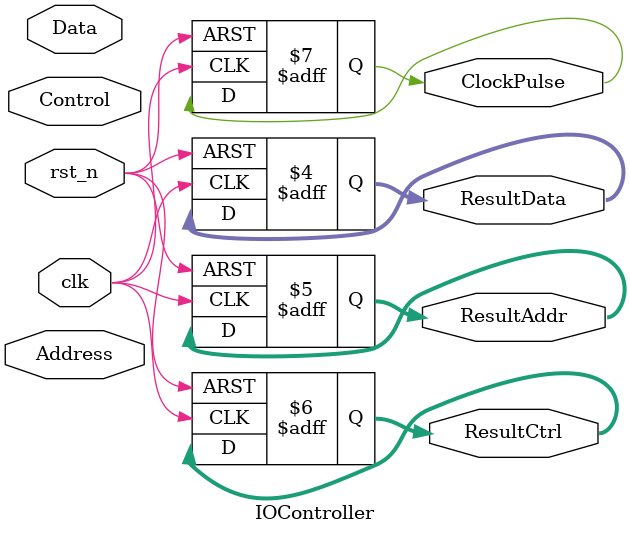
<source format=v>
`timescale 1ns / 1ps

module IOController(
    input wire clk,               // Clock signal
    input wire rst_n,             // Asynchronous reset, active high
    
    input wire [63:0] Control,
    input wire [63:0] Data,
    input wire [63:0] Address,
    
    output reg [63:0] ResultData,
    output reg [63:0] ResultAddr,
    output reg [63:0] ResultCtrl,
    output reg ClockPulse
);
    // Initialize outputs to default values
    initial begin
        ResultData = 64'b0;
        ResultAddr = 64'b0;
        ResultCtrl = 64'b0;
        ClockPulse = 1'b0;
    end
    
    // Always block to update outputs on clock edge
    always @(posedge clk or negedge rst_n) begin
        if (!rst_n) begin
            // Reset logic
            ResultData <= 64'b0;
            ResultAddr <= 64'b0;
            ResultCtrl <= 64'b0;
            ClockPulse <= 1'b0;
        end else begin
            // Normal operation (example: no operation, outputs remain default)
            // Update output registers as needed for your design
        end
    end
    
endmodule

</source>
